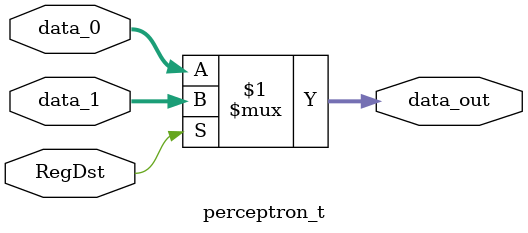
<source format=v>
module perceptron_t(data_out, data_0, data_1, RegDst);

input 	[4:0] data_0;
input 	[4:0] data_1;
input	RegDst;

output	[4:0] data_out;

assign  	data_out = (RegDst)?	data_1 : data_0;

endmodule
</source>
